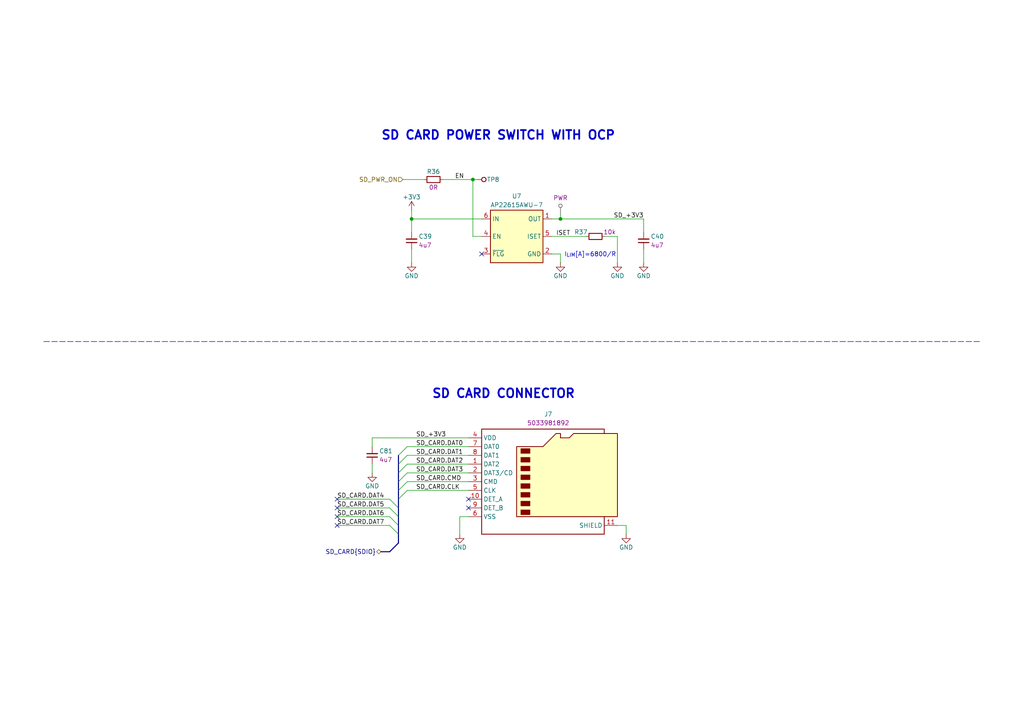
<source format=kicad_sch>
(kicad_sch (version 20250114) (generator "eeschema") (generator_version "9.0")
  (paper "A4")
  (title_block (title "ModuCard CM5 module") (date "2025-07-05") (rev "1.0.0") (company "KoNaR") (comment 1 "Project author: Dominik Pluta"))
  (lib_symbols
    (symbol "DW-ICs:AP22615AWU-7"
      (property "Reference" "U" (at 34.29 0 0))
      (property "MPN" "AP22615AWU-7" (at 34.29 -15.24 0))
      (symbol "AP22615AWU-7_0_1"
        (rectangle (start 2.54 2.54) (end 17.78 -12.7) (stroke (width 0.254)) (fill (type background)))
      )
      (symbol "AP22615AWU-7_1_0"
        (pin power_in line (at 0 0 0) (length 2.54) (name "IN") (number "6"))
        (pin input line (at 0 -5.08 0) (length 2.54) (name "EN") (number "4"))
        (pin open_collector line (at 0 -10.16 0) (length 2.54) (name "~{FLG}") (number "3"))
        (pin power_out line (at 20.32 0 180) (length 2.54) (name "OUT") (number "1"))
        (pin passive line (at 20.32 -5.08 180) (length 2.54) (name "ISET") (number "5"))
        (pin power_in line (at 20.32 -10.16 180) (length 2.54) (name "GND") (number "2"))
      )
    )
    (symbol "DW-capacitors:C-4u7-0402" (pin_numbers (hide yes)) (pin_names (hide yes))
      (property "Reference" "C" (at 12.7 0 0))
      (property "Val" "4u7" (at 12.7 -20.32 0))
      (symbol "C-4u7-0402_0_1"
        (polyline (pts (xy 2.032 -1.524) (xy 2.032 1.524)) (stroke (width 0.3048)))
        (polyline (pts (xy 3.048 -1.524) (xy 3.048 1.524)) (stroke (width 0.3302)))
      )
      (symbol "C-4u7-0402_1_1"
        (pin passive line (at 0 0 0) (length 2.032) (name "~") (number "1"))
        (pin passive line (at 5.08 0 180) (length 2.032) (name "~") (number "2"))
      )
    )
    (symbol "DW-connectors:MicroSD_5033981892"
      (property "Reference" "J" (at 46.99 0 0))
      (property "MPN" "5033981892" (at 46.99 -15.24 0))
      (symbol "MicroSD_5033981892_0_1"
        (polyline (pts (xy 13.97 -22.86) (xy 13.97 -2.54) (xy 21.59 -2.54) (xy 25.4 1.27) (xy 26.67 1.27) (xy 26.67 0) (xy 29.21 0) (xy 30.48 1.27) (xy 43.18 1.27) (xy 43.18 -22.86) (xy 13.97 -22.86)) (stroke (width 0.254)) (fill (type background)))
        (rectangle (start 15.24 -3.175) (end 17.78 -4.445) (stroke (width 0.254)) (fill (type outline)))
        (rectangle (start 15.24 -5.715) (end 17.78 -6.985) (stroke (width 0.254)) (fill (type outline)))
        (rectangle (start 15.24 -8.255) (end 17.78 -9.525) (stroke (width 0.254)) (fill (type outline)))
        (rectangle (start 15.24 -10.795) (end 17.78 -12.065) (stroke (width 0.254)) (fill (type outline)))
        (rectangle (start 15.24 -13.335) (end 17.78 -14.605) (stroke (width 0.254)) (fill (type outline)))
        (rectangle (start 15.24 -15.875) (end 17.78 -17.145) (stroke (width 0.254)) (fill (type outline)))
        (rectangle (start 15.24 -18.415) (end 17.78 -19.685) (stroke (width 0.254)) (fill (type outline)))
        (rectangle (start 15.24 -20.955) (end 17.78 -22.225) (stroke (width 0.254)) (fill (type outline)))
        (polyline (pts (xy 39.37 1.27) (xy 39.37 2.54) (xy 3.81 2.54) (xy 3.81 -27.94) (xy 39.37 -27.94) (xy 39.37 -22.86)) (stroke (width 0.254)))
      )
      (symbol "MicroSD_5033981892_1_1"
        (pin power_in line (at 0 0 0) (length 3.81) (name "VDD") (number "4"))
        (pin bidirectional line (at 0 -2.54 0) (length 3.81) (name "DAT0") (number "7"))
        (pin bidirectional line (at 0 -5.08 0) (length 3.81) (name "DAT1") (number "8"))
        (pin bidirectional line (at 0 -7.62 0) (length 3.81) (name "DAT2") (number "1"))
        (pin bidirectional line (at 0 -10.16 0) (length 3.81) (name "DAT3/CD") (number "2"))
        (pin input line (at 0 -12.7 0) (length 3.81) (name "CMD") (number "3"))
        (pin input line (at 0 -15.24 0) (length 3.81) (name "CLK") (number "5"))
        (pin passive line (at 0 -17.78 0) (length 3.81) (name "DET_A") (number "10"))
        (pin passive line (at 0 -20.32 0) (length 3.81) (name "DET_B") (number "9"))
        (pin power_in line (at 0 -22.86 0) (length 3.81) (name "VSS") (number "6"))
        (pin passive line (at 43.18 -25.4 180) (length 3.81) (name "SHIELD") (number "11"))
      )
    )
    (symbol "DW-power-symbols:+3V3" (power) (pin_numbers (hide yes)) (pin_names (offset 0) (hide yes))
      (property "Value" "+3V3" (at 0 3.556 0))
      (symbol "+3V3_0_1"
        (polyline (pts (xy -0.762 1.27) (xy 0 2.54)))
        (polyline (pts (xy 0 2.54) (xy 0.762 1.27)))
        (polyline (pts (xy 0 0) (xy 0 2.54)))
      )
      (symbol "+3V3_1_1"
        (pin power_in line (at 0 0 90) (length 0) (name "~") (number "1"))
      )
    )
    (symbol "DW-power-symbols:GND" (power) (pin_numbers (hide yes)) (pin_names (offset 0) (hide yes))
      (property "Value" "GND" (at 0 -3.81 0))
      (symbol "GND_0_1"
        (polyline (pts (xy 0 0) (xy 0 -1.27) (xy 1.27 -1.27) (xy 0 -2.54) (xy -1.27 -1.27) (xy 0 -1.27)))
      )
      (symbol "GND_1_1"
        (pin power_in line (at 0 0 270) (length 0) (name "~") (number "1"))
      )
    )
    (symbol "DW-resistors:R-0R-0402" (pin_numbers (hide yes)) (pin_names (offset 0) (hide yes))
      (property "Reference" "R" (at 12.7 0 0))
      (property "Val" "0R" (at 12.7 -20.32 0))
      (symbol "R-0R-0402_0_1"
        (rectangle (start 0.635 0.889) (end 4.445 -0.889) (stroke (width 0.254)))
      )
      (symbol "R-0R-0402_1_1"
        (pin passive line (at 0 0 0) (length 0.635) (name "~") (number "1"))
        (pin passive line (at 5.08 0 180) (length 0.635) (name "~") (number "2"))
      )
    )
    (symbol "DW-resistors:R-10k-0402" (pin_numbers (hide yes)) (pin_names (offset 0) (hide yes))
      (property "Reference" "R" (at 12.7 0 0))
      (property "Val" "10k" (at 12.7 -20.32 0))
      (symbol "R-10k-0402_0_1"
        (rectangle (start 0.635 0.889) (end 4.445 -0.889) (stroke (width 0.254)))
      )
      (symbol "R-10k-0402_1_1"
        (pin passive line (at 0 0 0) (length 0.635) (name "~") (number "1"))
        (pin passive line (at 5.08 0 180) (length 0.635) (name "~") (number "2"))
      )
    )
    (symbol "DW-test-points:TP_SMD_0.75mm" (pin_numbers (hide yes)) (pin_names (hide yes)) (in_bom no)
      (property "Reference" "TP" (at 3.81 0 0))
      (symbol "TP_SMD_0.75mm_1_1"
        (circle (center 1.905 0) (radius 0.635) (stroke (width 0.254)))
        (pin passive line (at 0 0 0) (length 1.27) (name "1") (number "1"))
      )
    )
  )
  (text "SD CARD CONNECTOR" (at 146.05 114.3 0) (effects (font (size 2.54 2.54) (bold yes))))
  (text "SD CARD POWER SWITCH WITH OCP" (at 144.526 39.37 0) (effects (font (size 2.54 2.54) (thickness 0.508) (bold yes))))
  (text "I_{LIM}[A]=6800/R" (at 171.196 73.914 0) (effects (font (size 1.27 1.27))))
  (junction (at 162.56 63.5))
  (junction (at 119.38 63.5))
  (junction (at 137.16 52.07))
  (no_connect (at 97.79 144.78))
  (no_connect (at 135.89 144.78))
  (no_connect (at 97.79 149.86))
  (no_connect (at 97.79 152.4))
  (no_connect (at 139.7 73.66))
  (no_connect (at 135.89 147.32))
  (no_connect (at 97.79 147.32))
  (bus_entry (at 115.57 132.08) (size 2.54 -2.54))
  (bus_entry (at 115.57 149.86) (size -2.54 -2.54))
  (bus_entry (at 115.57 154.94) (size -2.54 -2.54))
  (bus_entry (at 115.57 134.62) (size 2.54 -2.54))
  (bus_entry (at 115.57 144.78) (size 2.54 -2.54))
  (bus_entry (at 115.57 147.32) (size -2.54 -2.54))
  (bus_entry (at 115.57 137.16) (size 2.54 -2.54))
  (bus_entry (at 115.57 142.24) (size 2.54 -2.54))
  (bus_entry (at 115.57 152.4) (size -2.54 -2.54))
  (bus_entry (at 115.57 139.7) (size 2.54 -2.54))
  (wire (pts (xy 133.35 149.86) (xy 133.35 154.94)))
  (wire (pts (xy 107.95 129.54) (xy 107.95 127)))
  (wire (pts (xy 116.84 52.07) (xy 123.19 52.07)))
  (bus (pts (xy 115.57 139.7) (xy 115.57 142.24)))
  (wire (pts (xy 137.16 68.58) (xy 137.16 52.07)))
  (bus (pts (xy 115.57 152.4) (xy 115.57 154.94)))
  (wire (pts (xy 133.35 149.86) (xy 135.89 149.86)))
  (wire (pts (xy 107.95 127) (xy 135.89 127)))
  (bus (pts (xy 110.49 160.02) (xy 113.03 160.02)))
  (wire (pts (xy 162.56 73.66) (xy 160.02 73.66)))
  (bus (pts (xy 115.57 134.62) (xy 115.57 137.16)))
  (wire (pts (xy 119.38 63.5) (xy 119.38 67.31)))
  (wire (pts (xy 119.38 72.39) (xy 119.38 76.2)))
  (wire (pts (xy 97.79 149.86) (xy 113.03 149.86)))
  (bus (pts (xy 115.57 149.86) (xy 115.57 152.4)))
  (polyline (pts (xy 12.7 99.06) (xy 284.48 99.06)) (stroke (width 0) (type dash)))
  (bus (pts (xy 115.57 147.32) (xy 115.57 149.86)))
  (wire (pts (xy 160.02 68.58) (xy 170.18 68.58)))
  (wire (pts (xy 128.27 52.07) (xy 137.16 52.07)))
  (wire (pts (xy 119.38 60.96) (xy 119.38 63.5)))
  (wire (pts (xy 107.95 134.62) (xy 107.95 137.16)))
  (bus (pts (xy 115.57 142.24) (xy 115.57 144.78)))
  (wire (pts (xy 186.69 63.5) (xy 186.69 67.31)))
  (wire (pts (xy 162.56 73.66) (xy 162.56 76.2)))
  (wire (pts (xy 179.07 68.58) (xy 179.07 76.2)))
  (wire (pts (xy 186.69 72.39) (xy 186.69 76.2)))
  (wire (pts (xy 162.56 62.23) (xy 162.56 63.5)))
  (wire (pts (xy 179.07 152.4) (xy 181.61 152.4)))
  (wire (pts (xy 97.79 152.4) (xy 113.03 152.4)))
  (wire (pts (xy 97.79 144.78) (xy 113.03 144.78)))
  (bus (pts (xy 115.57 137.16) (xy 115.57 139.7)))
  (wire (pts (xy 118.11 132.08) (xy 135.89 132.08)))
  (wire (pts (xy 139.7 68.58) (xy 137.16 68.58)))
  (wire (pts (xy 138.43 52.07) (xy 137.16 52.07)))
  (bus (pts (xy 113.03 160.02) (xy 115.57 157.48)))
  (wire (pts (xy 118.11 137.16) (xy 135.89 137.16)))
  (wire (pts (xy 118.11 142.24) (xy 135.89 142.24)))
  (wire (pts (xy 118.11 129.54) (xy 135.89 129.54)))
  (wire (pts (xy 119.38 63.5) (xy 139.7 63.5)))
  (wire (pts (xy 160.02 63.5) (xy 162.56 63.5)))
  (wire (pts (xy 118.11 139.7) (xy 135.89 139.7)))
  (wire (pts (xy 181.61 152.4) (xy 181.61 154.94)))
  (bus (pts (xy 115.57 132.08) (xy 115.57 134.62)))
  (bus (pts (xy 115.57 154.94) (xy 115.57 157.48)))
  (wire (pts (xy 118.11 134.62) (xy 135.89 134.62)))
  (bus (pts (xy 115.57 144.78) (xy 115.57 147.32)))
  (wire (pts (xy 175.26 68.58) (xy 179.07 68.58)))
  (wire (pts (xy 162.56 63.5) (xy 186.69 63.5)))
  (wire (pts (xy 97.79 147.32) (xy 113.03 147.32)))
  (label "SD_CARD.DAT6" (at 97.79 149.86 0))
  (label "ISET" (at 161.29 68.58 0))
  (label "SD_CARD.CMD" (at 120.65 139.7 0))
  (label "SD_CARD.DAT7" (at 97.79 152.4 0))
  (label "SD_+3V3" (at 120.65 127 0))
  (label "SD_CARD.CLK" (at 120.65 142.24 0))
  (label "SD_CARD.DAT0" (at 120.65 129.54 0))
  (label "SD_CARD.DAT4" (at 97.79 144.78 0))
  (label "SD_+3V3" (at 186.69 63.5 180))
  (label "SD_CARD.DAT3" (at 120.65 137.16 0))
  (label "SD_CARD.DAT1" (at 120.65 132.08 0))
  (label "SD_CARD.DAT5" (at 97.79 147.32 0))
  (label "SD_CARD.DAT2" (at 120.65 134.62 0))
  (label "EN" (at 134.62 52.07 180))
  (hierarchical_label "SD_PWR_ON" (shape input) (at 116.84 52.07 180))
  (hierarchical_label "SD_CARD{SDIO}" (shape bidirectional) (at 110.49 160.02 180))
  (netclass_flag "" (length 2.54) (shape round) (at 162.56 62.23 0) (property "Netclass" "PWR" (at 162.56 57.404 0)))
  (symbol (lib_id "DW-capacitors:C-4u7-0402") (at 107.95 134.62 90) (unit 1)
    (property "Reference" "C81" (at 109.982 130.81 90) (effects (justify right)))
    (property "Value" "C-4u7-0402" (effects (hide yes)))
    (property "Footprint" "DW-footprints:C_0402_1005Metric" (effects (hide yes)))
    (property "Datasheet" "https://lcsc.com/datasheet/lcsc_datasheet_2304140030_Samsung-Electro-Mechanics-CL05A475MP5NRNC_C23733.pdf" (effects (hide yes)))
    (property "Description" "10V 4.7uF X5R ±20% 0402 Multilayer Ceramic Capacitors MLCC - SMD/SMT ROHS" (effects (hide yes)))
    (property "Manufacturer" "Samsung Electro-Mechanics" (effects (hide yes)))
    (property "MPN" "CL05A475MP5NRNC" (effects (hide yes)))
    (property "LCSC" "C23733" (effects (hide yes)))
    (property "Val" "4u7" (at 109.982 133.35 90) (effects (justify right)))
    (property "Tolerance" "20%" (effects (hide yes)))
    (property "Voltage" "10V" (effects (hide yes)))
    (property "Dielectric" "X5R" (effects (hide yes)))
  )
  (symbol (lib_id "DW-capacitors:C-4u7-0402") (at 186.69 72.39 90) (unit 1)
    (property "Reference" "C40" (at 188.722 68.58 90) (effects (justify right)))
    (property "Value" "C-4u7-0402" (effects (hide yes)))
    (property "Footprint" "DW-footprints:C_0402_1005Metric" (effects (hide yes)))
    (property "Datasheet" "https://lcsc.com/datasheet/lcsc_datasheet_2304140030_Samsung-Electro-Mechanics-CL05A475MP5NRNC_C23733.pdf" (effects (hide yes)))
    (property "Description" "10V 4.7uF X5R ±20% 0402 Multilayer Ceramic Capacitors MLCC - SMD/SMT ROHS" (effects (hide yes)))
    (property "Manufacturer" "Samsung Electro-Mechanics" (effects (hide yes)))
    (property "MPN" "CL05A475MP5NRNC" (effects (hide yes)))
    (property "LCSC" "C23733" (effects (hide yes)))
    (property "Val" "4u7" (at 188.722 71.12 90) (effects (justify right)))
    (property "Tolerance" "20%" (effects (hide yes)))
    (property "Voltage" "10V" (effects (hide yes)))
    (property "Dielectric" "X5R" (effects (hide yes)))
  )
  (symbol (lib_id "DW-power-symbols:GND") (at 119.38 76.2 0) (unit 1)
    (property "Reference" "#PWR088" (effects (hide yes)))
    (property "Value" "GND" (at 119.38 80.01 0))
    (property "Description" "Power symbol creates a global label with name \"GND\" , ground" (effects (hide yes)))
  )
  (symbol (lib_id "DW-power-symbols:GND") (at 181.61 154.94 0) (unit 1)
    (property "Reference" "#PWR093" (effects (hide yes)))
    (property "Value" "GND" (at 181.61 158.75 0))
    (property "Description" "Power symbol creates a global label with name \"GND\" , ground" (effects (hide yes)))
  )
  (symbol (lib_id "DW-power-symbols:GND") (at 186.69 76.2 0) (unit 1)
    (property "Reference" "#PWR091" (effects (hide yes)))
    (property "Value" "GND" (at 186.69 80.01 0))
    (property "Description" "Power symbol creates a global label with name \"GND\" , ground" (effects (hide yes)))
  )
  (symbol (lib_id "DW-power-symbols:+3V3") (at 119.38 60.96 0) (unit 1)
    (property "Reference" "#PWR087" (effects (hide yes)))
    (property "Value" "+3V3" (at 119.38 57.15 0))
    (property "Description" "Power symbol creates a global label with name \"+3V3\"" (effects (hide yes)))
  )
  (symbol (lib_id "DW-power-symbols:GND") (at 107.95 137.16 0) (unit 1)
    (property "Reference" "#PWR0213" (effects (hide yes)))
    (property "Value" "GND" (at 107.95 140.97 0))
    (property "Description" "Power symbol creates a global label with name \"GND\" , ground" (effects (hide yes)))
  )
  (symbol (lib_id "DW-power-symbols:GND") (at 133.35 154.94 0) (unit 1)
    (property "Reference" "#PWR092" (effects (hide yes)))
    (property "Value" "GND" (at 133.35 158.75 0))
    (property "Description" "Power symbol creates a global label with name \"GND\" , ground" (effects (hide yes)))
  )
  (symbol (lib_id "DW-connectors:MicroSD_5033981892") (at 135.89 127 0) (unit 1)
    (property "Reference" "J7" (at 159.004 120.142 0))
    (property "Value" "MicroSD_5033981892" (effects (hide yes)))
    (property "Footprint" "DW-footprints:MicroSD_5033981892" (effects (hide yes)))
    (property "Datasheet" "https://www.molex.com/en-us/products/part-detail-pdf/5033981892?display=pdf" (effects (hide yes)))
    (property "Description" "Memory Card Connectors MICRO SD PUSH/PUSH NORMAL 1.28MM" (effects (hide yes)))
    (property "MPN" "5033981892" (at 159.004 122.682 0))
    (property "Manufacturer" "MOLEX" (effects (hide yes)))
    (property "LCSC" "C428492" (effects (hide yes)))
  )
  (symbol (lib_id "DW-power-symbols:GND") (at 162.56 76.2 0) (unit 1)
    (property "Reference" "#PWR089" (effects (hide yes)))
    (property "Value" "GND" (at 162.56 80.01 0))
    (property "Description" "Power symbol creates a global label with name \"GND\" , ground" (effects (hide yes)))
  )
  (symbol (lib_id "DW-power-symbols:GND") (at 179.07 76.2 0) (unit 1)
    (property "Reference" "#PWR090" (effects (hide yes)))
    (property "Value" "GND" (at 179.07 80.01 0))
    (property "Description" "Power symbol creates a global label with name \"GND\" , ground" (effects (hide yes)))
  )
  (symbol (lib_id "DW-capacitors:C-4u7-0402") (at 119.38 72.39 90) (unit 1)
    (property "Reference" "C39" (at 121.412 68.58 90) (effects (justify right)))
    (property "Value" "C-4u7-0402" (effects (hide yes)))
    (property "Footprint" "DW-footprints:C_0402_1005Metric" (effects (hide yes)))
    (property "Datasheet" "https://lcsc.com/datasheet/lcsc_datasheet_2304140030_Samsung-Electro-Mechanics-CL05A475MP5NRNC_C23733.pdf" (effects (hide yes)))
    (property "Description" "10V 4.7uF X5R ±20% 0402 Multilayer Ceramic Capacitors MLCC - SMD/SMT ROHS" (effects (hide yes)))
    (property "Manufacturer" "Samsung Electro-Mechanics" (effects (hide yes)))
    (property "MPN" "CL05A475MP5NRNC" (effects (hide yes)))
    (property "LCSC" "C23733" (effects (hide yes)))
    (property "Val" "4u7" (at 121.412 71.12 90) (effects (justify right)))
    (property "Tolerance" "20%" (effects (hide yes)))
    (property "Voltage" "10V" (effects (hide yes)))
    (property "Dielectric" "X5R" (effects (hide yes)))
  )
  (symbol (lib_id "DW-resistors:R-0R-0402") (at 123.19 52.07 0) (unit 1)
    (property "Reference" "R36" (at 125.73 49.784 0))
    (property "Value" "R-0R-0402" (effects (hide yes)))
    (property "Footprint" "DW-footprints:R_0402_1005Metric" (effects (hide yes)))
    (property "Datasheet" "https://lcsc.com/datasheet/lcsc_datasheet_2411221126_UNI-ROYAL-0402WGF0000TCE_C17168.pdf" (effects (hide yes)))
    (property "Description" "62.5mW Thick Film Resistor 50V ±800ppm/℃ ±1% 0Ω 0402 Chip Resistor - Surface Mount ROHS" (effects (hide yes)))
    (property "Manufacturer" "UNI-ROYAL(Uniroyal Elec)" (effects (hide yes)))
    (property "MPN" "0402WGF0000TCE" (effects (hide yes)))
    (property "LCSC" "C17168" (effects (hide yes)))
    (property "Val" "0R" (at 125.73 54.356 0))
    (property "Tolerance" "1%" (effects (hide yes)))
  )
  (symbol (lib_id "DW-test-points:TP_SMD_0.75mm") (at 138.43 52.07 0) (unit 1) (in_bom no)
    (property "Reference" "TP8" (at 141.224 52.07 0) (effects (justify left)))
    (property "Value" "TP_SMD_0.75mm" (effects (hide yes)))
    (property "Footprint" "DW-footprints:TP_SMD_0.75mm" (effects (hide yes)))
    (property "Description" "Test point, SMD, round, 0.75mm diameter" (effects (hide yes)))
  )
  (symbol (lib_id "DW-ICs:AP22615AWU-7") (at 139.7 63.5 0) (unit 1)
    (property "Reference" "U7" (at 149.86 56.896 0))
    (property "Value" "AP22615AWU-7" (at 149.86 59.436 0))
    (property "Footprint" "DW-footprints:TSOT-23-6" (effects (hide yes)))
    (property "Datasheet" "https://www.diodes.com/datasheet/download/AP22815_615.pdf" (effects (hide yes)))
    (property "Description" "3V~5.5V 40mΩ 3A 1 High Side Switch TSOT-23-6 Power Distribution Switches ROHS" (effects (hide yes)))
    (property "Manufacturer" "Diodes Incorporated" (effects (hide yes)))
    (property "MPN" "AP22615AWU-7" (effects (hide yes)))
    (property "LCSC" "C2680357" (effects (hide yes)))
  )
  (symbol (lib_id "DW-resistors:R-10k-0402") (at 170.18 68.58 0) (unit 1)
    (property "Reference" "R37" (at 170.434 67.31 0) (effects (justify right)))
    (property "Value" "R-10k-0402" (effects (hide yes)))
    (property "Footprint" "DW-footprints:R_0402_1005Metric" (effects (hide yes)))
    (property "Datasheet" "https://lcsc.com/datasheet/lcsc_datasheet_2411221126_UNI-ROYAL-Uniroyal-Elec-0402WGF1002TCE_C25744.pdf" (effects (hide yes)))
    (property "Description" "62.5mW Thick Film Resistor 50V ±100ppm/℃ ±1% 10kΩ 0402 Chip Resistor - Surface Mount ROHS" (effects (hide yes)))
    (property "Manufacturer" "UNI-ROYAL(Uniroyal Elec)" (effects (hide yes)))
    (property "MPN" "0402WGF1002TCE" (effects (hide yes)))
    (property "LCSC" "C25744" (effects (hide yes)))
    (property "Val" "10k" (at 175.006 67.31 0) (effects (justify left)))
    (property "Tolerance" "1%" (effects (hide yes)))
  )
)
</source>
